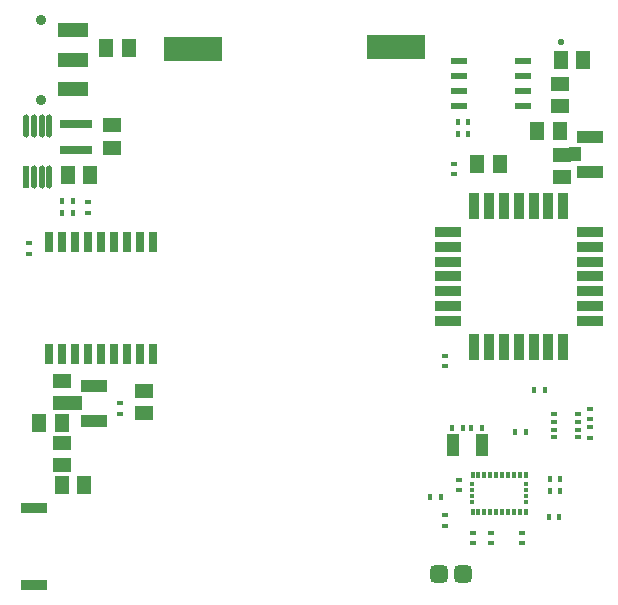
<source format=gbr>
G04*
G04 #@! TF.GenerationSoftware,Altium Limited,Altium Designer,25.8.1 (18)*
G04*
G04 Layer_Color=255*
%FSLAX25Y25*%
%MOIN*%
G70*
G04*
G04 #@! TF.SameCoordinates,A86E57CF-C6E6-4710-AEDF-4A901DF70E31*
G04*
G04*
G04 #@! TF.FilePolarity,Positive*
G04*
G01*
G75*
%ADD20R,0.05118X0.06299*%
%ADD21R,0.06299X0.05118*%
%ADD22R,0.01968X0.01378*%
%ADD23R,0.09055X0.03543*%
%ADD24R,0.03543X0.09055*%
%ADD25R,0.19685X0.07874*%
%ADD26R,0.02254X0.01438*%
%ADD27R,0.01438X0.02254*%
%ADD28R,0.08661X0.04134*%
G04:AMPARAMS|DCode=29|XSize=59.06mil|YSize=59.06mil|CornerRadius=14.76mil|HoleSize=0mil|Usage=FLASHONLY|Rotation=270.000|XOffset=0mil|YOffset=0mil|HoleType=Round|Shape=RoundedRectangle|*
%AMROUNDEDRECTD29*
21,1,0.05906,0.02953,0,0,270.0*
21,1,0.02953,0.05906,0,0,270.0*
1,1,0.02953,-0.01476,-0.01476*
1,1,0.02953,-0.01476,0.01476*
1,1,0.02953,0.01476,0.01476*
1,1,0.02953,0.01476,-0.01476*
%
%ADD29ROUNDEDRECTD29*%
%ADD30R,0.05750X0.02200*%
G04:AMPARAMS|DCode=31|XSize=76.94mil|YSize=20.31mil|CornerRadius=10.15mil|HoleSize=0mil|Usage=FLASHONLY|Rotation=90.000|XOffset=0mil|YOffset=0mil|HoleType=Round|Shape=RoundedRectangle|*
%AMROUNDEDRECTD31*
21,1,0.07694,0.00000,0,0,90.0*
21,1,0.05664,0.02031,0,0,90.0*
1,1,0.02031,0.00000,0.02832*
1,1,0.02031,0.00000,-0.02832*
1,1,0.02031,0.00000,-0.02832*
1,1,0.02031,0.00000,0.02832*
%
%ADD31ROUNDEDRECTD31*%
%ADD32R,0.01575X0.01900*%
%ADD33R,0.01500X0.01575*%
%ADD34R,0.10630X0.03150*%
%ADD35R,0.09843X0.04724*%
%ADD36R,0.02031X0.07694*%
G04:AMPARAMS|DCode=37|XSize=19.68mil|YSize=19.68mil|CornerRadius=4.92mil|HoleSize=0mil|Usage=FLASHONLY|Rotation=0.000|XOffset=0mil|YOffset=0mil|HoleType=Round|Shape=RoundedRectangle|*
%AMROUNDEDRECTD37*
21,1,0.01968,0.00984,0,0,0.0*
21,1,0.00984,0.01968,0,0,0.0*
1,1,0.00984,0.00492,-0.00492*
1,1,0.00984,-0.00492,-0.00492*
1,1,0.00984,-0.00492,0.00492*
1,1,0.00984,0.00492,0.00492*
%
%ADD37ROUNDEDRECTD37*%
%ADD38R,0.08503X0.03791*%
%ADD39R,0.04134X0.03937*%
%ADD40R,0.04300X0.07500*%
%ADD41R,0.03937X0.05118*%
%ADD42R,0.01968X0.03937*%
%ADD43R,0.19685X0.07874*%
%ADD44R,0.02756X0.07087*%
%ADD45R,0.03150X0.07087*%
%ADD59C,0.03543*%
D20*
X29725Y183071D02*
D03*
X37205D02*
D03*
X22307Y37354D02*
D03*
X14827D02*
D03*
X7427Y57954D02*
D03*
X14907D02*
D03*
X173425Y155512D02*
D03*
X180905D02*
D03*
X188779Y179134D02*
D03*
X181299D02*
D03*
X160827Y144488D02*
D03*
X16929Y140748D02*
D03*
X24409D02*
D03*
X153347Y144488D02*
D03*
D21*
X181496Y147539D02*
D03*
Y140059D02*
D03*
X15085Y64558D02*
D03*
Y72038D02*
D03*
X181102Y171063D02*
D03*
Y163583D02*
D03*
X14967Y43913D02*
D03*
Y51394D02*
D03*
X42323Y68701D02*
D03*
X31496Y149803D02*
D03*
Y157283D02*
D03*
X42323Y61221D02*
D03*
D22*
X187106Y55807D02*
D03*
X179035Y53248D02*
D03*
Y60925D02*
D03*
Y58366D02*
D03*
X187106Y60925D02*
D03*
Y58366D02*
D03*
Y53248D02*
D03*
X179035Y55807D02*
D03*
D23*
X143602Y121654D02*
D03*
X190846D02*
D03*
Y116733D02*
D03*
Y111811D02*
D03*
Y101969D02*
D03*
Y92126D02*
D03*
Y106890D02*
D03*
X143602Y101969D02*
D03*
X190846Y97047D02*
D03*
X143602Y106890D02*
D03*
Y111811D02*
D03*
Y97047D02*
D03*
Y92126D02*
D03*
Y116733D02*
D03*
D24*
X177067Y130512D02*
D03*
X157381Y83268D02*
D03*
X152460Y130512D02*
D03*
X172145Y83268D02*
D03*
X181988Y130512D02*
D03*
X177067Y83268D02*
D03*
X152460D02*
D03*
X181988D02*
D03*
X167224D02*
D03*
X172145Y130512D02*
D03*
X162303Y83268D02*
D03*
X157381Y130512D02*
D03*
X162303D02*
D03*
X167224D02*
D03*
D25*
X58650Y182852D02*
D03*
D26*
X147244Y39189D02*
D03*
X157874Y17898D02*
D03*
X151969D02*
D03*
X142717Y23803D02*
D03*
Y76953D02*
D03*
X190945Y62811D02*
D03*
Y56724D02*
D03*
X34449Y64598D02*
D03*
X145669Y140929D02*
D03*
Y144504D02*
D03*
X190945Y53150D02*
D03*
Y59236D02*
D03*
X142717Y80528D02*
D03*
Y27378D02*
D03*
X3937Y114354D02*
D03*
X147244Y35614D02*
D03*
X168307Y17898D02*
D03*
X23622Y131709D02*
D03*
X168307Y21472D02*
D03*
X34449Y61024D02*
D03*
X151969Y21472D02*
D03*
X3937Y117929D02*
D03*
X23622Y128134D02*
D03*
X157874Y21472D02*
D03*
D27*
X180740Y26575D02*
D03*
X15126Y131890D02*
D03*
Y127953D02*
D03*
X148638Y56299D02*
D03*
X151362D02*
D03*
X150409Y158465D02*
D03*
X146835Y154528D02*
D03*
X150409D02*
D03*
X146835Y158465D02*
D03*
X154937Y56299D02*
D03*
X145063D02*
D03*
X18701Y127953D02*
D03*
Y131890D02*
D03*
X177528Y35418D02*
D03*
X181102D02*
D03*
X137583Y33465D02*
D03*
X141157D02*
D03*
X172228Y68898D02*
D03*
X169504Y55118D02*
D03*
X175803Y68898D02*
D03*
X165929Y55118D02*
D03*
X181102Y39370D02*
D03*
X177165Y26575D02*
D03*
X177528Y39370D02*
D03*
D28*
X190945Y141831D02*
D03*
Y153445D02*
D03*
X25537Y58824D02*
D03*
Y70438D02*
D03*
D29*
X148622Y7874D02*
D03*
X140748D02*
D03*
D30*
X168599Y178661D02*
D03*
Y168661D02*
D03*
Y173661D02*
D03*
Y163661D02*
D03*
X147149Y168661D02*
D03*
Y163661D02*
D03*
Y178661D02*
D03*
Y173661D02*
D03*
D31*
X8169Y157088D02*
D03*
X5610Y140156D02*
D03*
X8169D02*
D03*
X10728D02*
D03*
Y157088D02*
D03*
X5610D02*
D03*
X3051D02*
D03*
D32*
X159700Y40817D02*
D03*
Y28517D02*
D03*
X151826D02*
D03*
X153794D02*
D03*
X155763D02*
D03*
X157731D02*
D03*
X161669D02*
D03*
X163637D02*
D03*
X165605D02*
D03*
X167574D02*
D03*
X169543D02*
D03*
Y40817D02*
D03*
X167574D02*
D03*
X165605D02*
D03*
X163637D02*
D03*
X161669D02*
D03*
X157731D02*
D03*
X155763D02*
D03*
X153794D02*
D03*
X151826D02*
D03*
D33*
X151584Y37619D02*
D03*
Y35651D02*
D03*
Y33682D02*
D03*
Y31714D02*
D03*
X169784D02*
D03*
Y33682D02*
D03*
Y35651D02*
D03*
Y37619D02*
D03*
D34*
X19685Y157874D02*
D03*
Y149212D02*
D03*
D35*
X18701Y169291D02*
D03*
Y179134D02*
D03*
Y188976D02*
D03*
D36*
X3051Y140156D02*
D03*
D37*
X181197Y185039D02*
D03*
D38*
X5705Y29774D02*
D03*
Y4084D02*
D03*
D39*
X19533Y64631D02*
D03*
X184941Y147638D02*
D03*
D40*
X145200Y50787D02*
D03*
X154800D02*
D03*
D41*
X19467Y64553D02*
D03*
X185800Y147559D02*
D03*
D42*
X14937Y64613D02*
D03*
D43*
X126390Y183289D02*
D03*
D44*
X45400Y81093D02*
D03*
X10754D02*
D03*
Y118494D02*
D03*
X45400D02*
D03*
D45*
X41069Y81093D02*
D03*
X36738D02*
D03*
X32408D02*
D03*
X28077D02*
D03*
X23746D02*
D03*
X19415D02*
D03*
X15085D02*
D03*
Y118494D02*
D03*
X19415D02*
D03*
X23746D02*
D03*
X28077D02*
D03*
X32408D02*
D03*
X36738D02*
D03*
X41069D02*
D03*
D59*
X7874Y165748D02*
D03*
Y192520D02*
D03*
M02*

</source>
